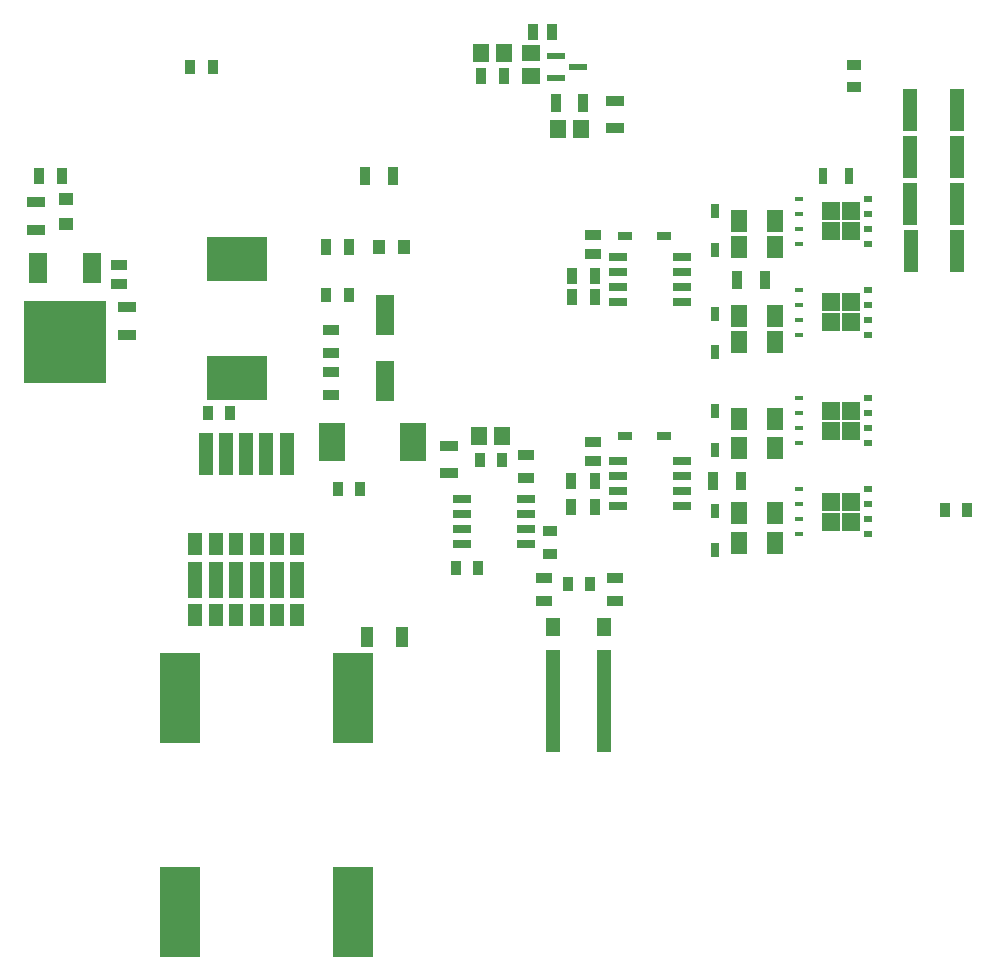
<source format=gtp>
G04*
G04 #@! TF.GenerationSoftware,Altium Limited,Altium Designer,21.6.4 (81)*
G04*
G04 Layer_Color=8421504*
%FSLAX44Y44*%
%MOMM*%
G71*
G04*
G04 #@! TF.SameCoordinates,6345E517-F44B-4F0B-96C8-749CB5923BEE*
G04*
G04*
G04 #@! TF.FilePolarity,Positive*
G04*
G01*
G75*
%ADD14R,1.2700X1.9050*%
%ADD15R,1.2700X3.0480*%
%ADD16R,1.5000X1.5000*%
%ADD17R,1.5000X1.5000*%
%ADD18R,0.7500X0.5000*%
%ADD19R,0.7500X0.4000*%
%ADD20R,0.7500X1.4500*%
%ADD21R,1.2000X8.7000*%
%ADD22R,1.2000X1.6000*%
%ADD23R,0.9000X1.3000*%
%ADD24R,1.5562X0.9562*%
%ADD25R,1.3000X0.9000*%
%ADD26R,0.9500X1.4500*%
%ADD27R,1.3500X1.5500*%
%ADD28R,0.9600X1.3900*%
%ADD29R,0.9562X1.5562*%
%ADD30R,1.5000X0.6000*%
%ADD31R,1.5500X1.3500*%
%ADD32R,1.5250X0.6500*%
%ADD33R,1.4500X0.9500*%
%ADD34R,1.2000X1.1000*%
%ADD35R,1.5000X2.5000*%
%ADD36R,7.0000X7.0000*%
%ADD37R,5.2000X3.7500*%
%ADD38R,1.1000X1.2000*%
%ADD39R,1.6000X3.5000*%
%ADD40R,2.2500X3.2000*%
%ADD41R,1.1000X1.8000*%
%ADD42R,1.1500X3.6000*%
%ADD43R,1.3900X0.9600*%
%ADD44R,0.7500X1.2500*%
%ADD45R,1.2500X0.7500*%
%ADD46R,1.3561X1.8582*%
%ADD47R,1.2500X3.5200*%
%ADD48R,3.4000X7.6000*%
D14*
X236187Y353438D02*
D03*
Y293748D02*
D03*
X218915D02*
D03*
Y353438D02*
D03*
X201643Y293748D02*
D03*
Y353438D02*
D03*
X184371Y293748D02*
D03*
Y353438D02*
D03*
X149827Y293748D02*
D03*
Y353438D02*
D03*
X167099Y293748D02*
D03*
Y353438D02*
D03*
D15*
X236187Y323592D02*
D03*
X218915D02*
D03*
X201643D02*
D03*
X184371D02*
D03*
X149827D02*
D03*
X167099D02*
D03*
D16*
X688000Y618500D02*
D03*
X705000D02*
D03*
X688000Y541500D02*
D03*
X705000D02*
D03*
X688000Y466500D02*
D03*
X705000D02*
D03*
X688000Y389500D02*
D03*
X705000D02*
D03*
D17*
X688000Y635500D02*
D03*
X705000D02*
D03*
X688000Y558500D02*
D03*
X705000D02*
D03*
X688000Y449500D02*
D03*
X705000D02*
D03*
X688000Y372500D02*
D03*
X705000D02*
D03*
D18*
X719051Y607949D02*
D03*
Y620649D02*
D03*
Y633349D02*
D03*
Y646049D02*
D03*
X719052Y530953D02*
D03*
Y543653D02*
D03*
Y556353D02*
D03*
Y569053D02*
D03*
X719050Y438949D02*
D03*
Y451649D02*
D03*
Y464349D02*
D03*
Y477049D02*
D03*
X719049Y361948D02*
D03*
Y374648D02*
D03*
Y387348D02*
D03*
Y400048D02*
D03*
D19*
X660951Y607948D02*
D03*
Y620648D02*
D03*
Y633348D02*
D03*
Y646048D02*
D03*
X660949Y530949D02*
D03*
Y543649D02*
D03*
Y556349D02*
D03*
Y569049D02*
D03*
X660950Y438951D02*
D03*
Y451651D02*
D03*
Y464351D02*
D03*
Y477051D02*
D03*
X660950Y361951D02*
D03*
Y374651D02*
D03*
Y387351D02*
D03*
Y400051D02*
D03*
D20*
X681500Y665000D02*
D03*
X703500D02*
D03*
D21*
X452207Y221292D02*
D03*
X496208D02*
D03*
D22*
Y283792D02*
D03*
X452207D02*
D03*
D23*
X145500Y757500D02*
D03*
X164500D02*
D03*
X289500Y400000D02*
D03*
X270500D02*
D03*
X409500Y425000D02*
D03*
X390500D02*
D03*
X370500Y333208D02*
D03*
X389500D02*
D03*
X260500Y565000D02*
D03*
X279500D02*
D03*
X160500Y465000D02*
D03*
X179500Y465000D02*
D03*
X803500Y383000D02*
D03*
X784500D02*
D03*
X465000Y320000D02*
D03*
X484000D02*
D03*
D24*
X91840Y530750D02*
D03*
Y554250D02*
D03*
X15000Y619664D02*
D03*
Y643164D02*
D03*
X505355Y729250D02*
D03*
Y705750D02*
D03*
X364824Y413573D02*
D03*
Y437074D02*
D03*
D25*
X707500Y740500D02*
D03*
Y759500D02*
D03*
X450000Y345500D02*
D03*
Y364500D02*
D03*
D26*
X487750Y407000D02*
D03*
X468250D02*
D03*
X411250Y750000D02*
D03*
X391750D02*
D03*
X37250Y665737D02*
D03*
X17750D02*
D03*
X279750Y605000D02*
D03*
X260250D02*
D03*
X468708Y581058D02*
D03*
X488208D02*
D03*
X468708Y563000D02*
D03*
X488208D02*
D03*
X468250Y385000D02*
D03*
X487750D02*
D03*
D27*
X456750Y705000D02*
D03*
X476250D02*
D03*
X411250Y769500D02*
D03*
X391750D02*
D03*
X409750Y445000D02*
D03*
X390250D02*
D03*
D28*
X435900Y787500D02*
D03*
X452100D02*
D03*
D29*
X478250Y727500D02*
D03*
X454750D02*
D03*
X316750Y665000D02*
D03*
X293250D02*
D03*
X631750Y577500D02*
D03*
X608250D02*
D03*
X611750Y407500D02*
D03*
X588250D02*
D03*
D30*
X474000Y757500D02*
D03*
X455000Y748000D02*
D03*
Y767000D02*
D03*
D31*
X433792Y750250D02*
D03*
Y769750D02*
D03*
D32*
X375380Y353450D02*
D03*
Y366150D02*
D03*
Y378850D02*
D03*
Y391550D02*
D03*
X429620D02*
D03*
Y378850D02*
D03*
Y366150D02*
D03*
Y353450D02*
D03*
X562120Y596550D02*
D03*
Y583850D02*
D03*
Y571150D02*
D03*
Y558450D02*
D03*
X507880D02*
D03*
Y571150D02*
D03*
Y583850D02*
D03*
Y596550D02*
D03*
X562120Y424050D02*
D03*
Y411350D02*
D03*
Y398650D02*
D03*
Y385950D02*
D03*
X507880D02*
D03*
Y398650D02*
D03*
Y411350D02*
D03*
Y424050D02*
D03*
D33*
X445000Y324750D02*
D03*
Y305250D02*
D03*
X265000Y515250D02*
D03*
Y534750D02*
D03*
Y480250D02*
D03*
Y499750D02*
D03*
X430000Y429043D02*
D03*
Y409543D02*
D03*
X505000Y324750D02*
D03*
Y305250D02*
D03*
D34*
X40324Y645883D02*
D03*
Y624883D02*
D03*
D35*
X62500Y587500D02*
D03*
X16500D02*
D03*
D36*
X39500Y525000D02*
D03*
D37*
X185000Y494500D02*
D03*
Y595500D02*
D03*
D38*
X326043Y605000D02*
D03*
X305042D02*
D03*
D39*
X310000Y492000D02*
D03*
Y548000D02*
D03*
D40*
X265500Y440000D02*
D03*
X334500D02*
D03*
D41*
X295500Y275000D02*
D03*
X324500Y275000D02*
D03*
D42*
X159000Y430000D02*
D03*
X176000D02*
D03*
X193000D02*
D03*
X210000D02*
D03*
X227000D02*
D03*
D43*
X486208Y615600D02*
D03*
Y599400D02*
D03*
Y440600D02*
D03*
Y424400D02*
D03*
X85000Y574123D02*
D03*
Y590324D02*
D03*
D44*
X590000Y602824D02*
D03*
Y635824D02*
D03*
Y516000D02*
D03*
Y549000D02*
D03*
Y433500D02*
D03*
Y466500D02*
D03*
Y348500D02*
D03*
Y381500D02*
D03*
D45*
X513500Y615000D02*
D03*
X546500D02*
D03*
X513500Y445000D02*
D03*
X546500D02*
D03*
D46*
X609739Y627000D02*
D03*
X640261D02*
D03*
X609739Y605000D02*
D03*
X640261D02*
D03*
X609739Y547000D02*
D03*
X640261D02*
D03*
X609739Y525000D02*
D03*
X640261D02*
D03*
X609739Y460000D02*
D03*
X640261D02*
D03*
X609739Y435000D02*
D03*
X640261D02*
D03*
X609739Y380000D02*
D03*
X640261D02*
D03*
X609739Y355000D02*
D03*
X640261D02*
D03*
D47*
X794800Y721000D02*
D03*
X755200D02*
D03*
X794800Y681333D02*
D03*
X755200D02*
D03*
X794800Y641667D02*
D03*
X755200D02*
D03*
X795000Y602000D02*
D03*
X755400D02*
D03*
D48*
X283500Y223458D02*
D03*
X136500D02*
D03*
Y42457D02*
D03*
X283500D02*
D03*
M02*

</source>
